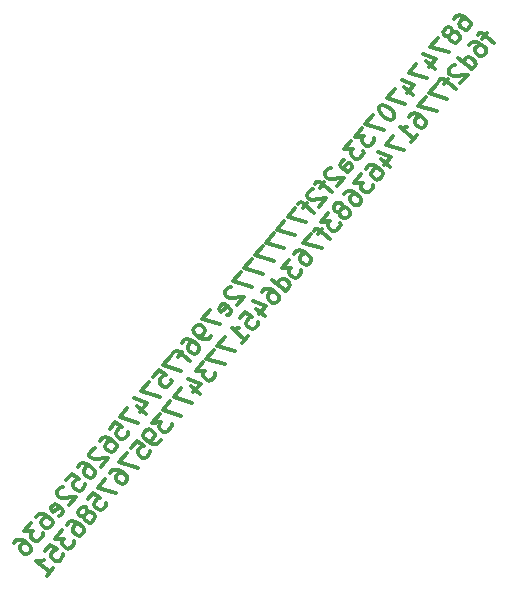
<source format=gbr>
%TF.GenerationSoftware,KiCad,Pcbnew,(7.0.0)*%
%TF.CreationDate,2023-05-30T19:56:16-04:00*%
%TF.ProjectId,DC31BADGE-CARD-OUTLINE,44433331-4241-4444-9745-2d434152442d,rev?*%
%TF.SameCoordinates,Original*%
%TF.FileFunction,Copper,L2,Bot*%
%TF.FilePolarity,Positive*%
%FSLAX46Y46*%
G04 Gerber Fmt 4.6, Leading zero omitted, Abs format (unit mm)*
G04 Created by KiCad (PCBNEW (7.0.0)) date 2023-05-30 19:56:16*
%MOMM*%
%LPD*%
G01*
G04 APERTURE LIST*
%ADD10C,0.300000*%
%TA.AperFunction,NonConductor*%
%ADD11C,0.300000*%
%TD*%
G04 APERTURE END LIST*
D10*
D11*
X70906598Y-31060064D02*
X71090252Y-30841194D01*
X71090252Y-30841194D02*
X71236796Y-30777673D01*
X71236796Y-30777673D02*
X71337427Y-30768869D01*
X71337427Y-30768869D02*
X71593406Y-30797174D01*
X71593406Y-30797174D02*
X71858190Y-30926110D01*
X71858190Y-30926110D02*
X72295929Y-31293417D01*
X72295929Y-31293417D02*
X72359451Y-31439962D01*
X72359451Y-31439962D02*
X72368255Y-31540593D01*
X72368255Y-31540593D02*
X72331146Y-31695941D01*
X72331146Y-31695941D02*
X72147492Y-31914811D01*
X72147492Y-31914811D02*
X72000948Y-31978332D01*
X72000948Y-31978332D02*
X71900317Y-31987136D01*
X71900317Y-31987136D02*
X71744968Y-31950027D01*
X71744968Y-31950027D02*
X71471381Y-31720460D01*
X71471381Y-31720460D02*
X71407860Y-31573916D01*
X71407860Y-31573916D02*
X71399056Y-31473285D01*
X71399056Y-31473285D02*
X71436165Y-31317937D01*
X71436165Y-31317937D02*
X71619819Y-31099067D01*
X71619819Y-31099067D02*
X71766363Y-31035545D01*
X71766363Y-31035545D02*
X71866994Y-31026741D01*
X71866994Y-31026741D02*
X72022342Y-31063850D01*
X70756268Y-32239329D02*
X70793378Y-32083981D01*
X70793378Y-32083981D02*
X70784574Y-31983350D01*
X70784574Y-31983350D02*
X70721052Y-31836806D01*
X70721052Y-31836806D02*
X70666335Y-31790892D01*
X70666335Y-31790892D02*
X70510986Y-31753783D01*
X70510986Y-31753783D02*
X70410355Y-31762587D01*
X70410355Y-31762587D02*
X70263811Y-31826108D01*
X70263811Y-31826108D02*
X70080157Y-32044978D01*
X70080157Y-32044978D02*
X70043048Y-32200327D01*
X70043048Y-32200327D02*
X70051852Y-32300957D01*
X70051852Y-32300957D02*
X70115374Y-32447502D01*
X70115374Y-32447502D02*
X70170091Y-32493415D01*
X70170091Y-32493415D02*
X70325440Y-32530524D01*
X70325440Y-32530524D02*
X70426070Y-32521720D01*
X70426070Y-32521720D02*
X70572615Y-32458199D01*
X70572615Y-32458199D02*
X70756268Y-32239329D01*
X70756268Y-32239329D02*
X70902813Y-32175807D01*
X70902813Y-32175807D02*
X71003443Y-32167003D01*
X71003443Y-32167003D02*
X71158792Y-32204113D01*
X71158792Y-32204113D02*
X71377662Y-32387766D01*
X71377662Y-32387766D02*
X71441183Y-32534311D01*
X71441183Y-32534311D02*
X71449987Y-32634941D01*
X71449987Y-32634941D02*
X71412878Y-32790290D01*
X71412878Y-32790290D02*
X71229224Y-33009160D01*
X71229224Y-33009160D02*
X71082680Y-33072681D01*
X71082680Y-33072681D02*
X70982049Y-33081485D01*
X70982049Y-33081485D02*
X70826701Y-33044376D01*
X70826701Y-33044376D02*
X70607831Y-32860722D01*
X70607831Y-32860722D02*
X70544309Y-32714178D01*
X70544309Y-32714178D02*
X70535505Y-32613547D01*
X70535505Y-32613547D02*
X70572615Y-32458199D01*
X69575110Y-32646870D02*
X68932323Y-33412914D01*
X68932323Y-33412914D02*
X70494610Y-33884639D01*
X68534817Y-34664505D02*
X69300862Y-35307292D01*
X68326645Y-34023610D02*
X69376974Y-34438724D01*
X69376974Y-34438724D02*
X68780099Y-35150051D01*
X67738575Y-34835568D02*
X67095787Y-35601612D01*
X67095787Y-35601612D02*
X68658075Y-36073336D01*
X66698282Y-36853202D02*
X67464326Y-37495990D01*
X66490109Y-36212308D02*
X67540438Y-36627422D01*
X67540438Y-36627422D02*
X66943564Y-37338749D01*
X65902039Y-37024265D02*
X65259252Y-37790310D01*
X65259252Y-37790310D02*
X66821539Y-38262034D01*
X64708291Y-38446919D02*
X64616464Y-38556354D01*
X64616464Y-38556354D02*
X64579355Y-38711702D01*
X64579355Y-38711702D02*
X64588159Y-38812333D01*
X64588159Y-38812333D02*
X64651681Y-38958877D01*
X64651681Y-38958877D02*
X64824637Y-39197249D01*
X64824637Y-39197249D02*
X65098224Y-39426816D01*
X65098224Y-39426816D02*
X65363008Y-39555752D01*
X65363008Y-39555752D02*
X65518356Y-39592861D01*
X65518356Y-39592861D02*
X65618987Y-39584057D01*
X65618987Y-39584057D02*
X65765531Y-39520535D01*
X65765531Y-39520535D02*
X65857358Y-39411101D01*
X65857358Y-39411101D02*
X65894467Y-39255752D01*
X65894467Y-39255752D02*
X65885663Y-39155121D01*
X65885663Y-39155121D02*
X65822142Y-39008577D01*
X65822142Y-39008577D02*
X65649185Y-38770206D01*
X65649185Y-38770206D02*
X65375598Y-38540639D01*
X65375598Y-38540639D02*
X65110815Y-38411703D01*
X65110815Y-38411703D02*
X64955466Y-38374594D01*
X64955466Y-38374594D02*
X64854836Y-38383398D01*
X64854836Y-38383398D02*
X64708291Y-38446919D01*
X64065504Y-39212963D02*
X63422716Y-39979008D01*
X63422716Y-39979008D02*
X64985004Y-40450732D01*
X63147236Y-40307312D02*
X62550362Y-41018639D01*
X62550362Y-41018639D02*
X63309495Y-41002924D01*
X63309495Y-41002924D02*
X63171755Y-41167076D01*
X63171755Y-41167076D02*
X63134646Y-41322425D01*
X63134646Y-41322425D02*
X63143450Y-41423056D01*
X63143450Y-41423056D02*
X63206972Y-41569600D01*
X63206972Y-41569600D02*
X63480559Y-41799167D01*
X63480559Y-41799167D02*
X63635907Y-41836276D01*
X63635907Y-41836276D02*
X63736538Y-41827472D01*
X63736538Y-41827472D02*
X63883082Y-41763951D01*
X63883082Y-41763951D02*
X64158563Y-41435646D01*
X64158563Y-41435646D02*
X64195672Y-41280298D01*
X64195672Y-41280298D02*
X64186868Y-41179667D01*
X62228968Y-41401661D02*
X61632094Y-42112988D01*
X61632094Y-42112988D02*
X62391228Y-42097273D01*
X62391228Y-42097273D02*
X62253488Y-42261425D01*
X62253488Y-42261425D02*
X62216378Y-42416774D01*
X62216378Y-42416774D02*
X62225182Y-42517405D01*
X62225182Y-42517405D02*
X62288704Y-42663949D01*
X62288704Y-42663949D02*
X62562291Y-42893516D01*
X62562291Y-42893516D02*
X62717639Y-42930625D01*
X62717639Y-42930625D02*
X62818270Y-42921821D01*
X62818270Y-42921821D02*
X62964815Y-42858300D01*
X62964815Y-42858300D02*
X63240295Y-42529995D01*
X63240295Y-42529995D02*
X63277404Y-42374646D01*
X63277404Y-42374646D02*
X63268600Y-42274016D01*
X61954720Y-44062083D02*
X61352828Y-43557036D01*
X61352828Y-43557036D02*
X61289306Y-43410492D01*
X61289306Y-43410492D02*
X61326416Y-43255143D01*
X61326416Y-43255143D02*
X61510069Y-43036274D01*
X61510069Y-43036274D02*
X61656614Y-42972752D01*
X61900003Y-44016170D02*
X62046547Y-43952648D01*
X62046547Y-43952648D02*
X62276114Y-43679061D01*
X62276114Y-43679061D02*
X62313223Y-43523713D01*
X62313223Y-43523713D02*
X62249702Y-43377169D01*
X62249702Y-43377169D02*
X62140267Y-43285342D01*
X62140267Y-43285342D02*
X61984918Y-43248232D01*
X61984918Y-43248232D02*
X61838374Y-43311754D01*
X61838374Y-43311754D02*
X61608807Y-43585341D01*
X61608807Y-43585341D02*
X61462263Y-43648863D01*
X60501868Y-43682186D02*
X60401237Y-43690990D01*
X60401237Y-43690990D02*
X60254692Y-43754512D01*
X60254692Y-43754512D02*
X60025125Y-44028099D01*
X60025125Y-44028099D02*
X59988016Y-44183447D01*
X59988016Y-44183447D02*
X59996820Y-44284078D01*
X59996820Y-44284078D02*
X60060342Y-44430622D01*
X60060342Y-44430622D02*
X60169777Y-44522449D01*
X60169777Y-44522449D02*
X60379842Y-44605472D01*
X60379842Y-44605472D02*
X61587413Y-44499823D01*
X61587413Y-44499823D02*
X60990538Y-45211150D01*
X59949014Y-44896667D02*
X59581707Y-45334407D01*
X60577318Y-45703607D02*
X59592404Y-44877166D01*
X59592404Y-44877166D02*
X59437056Y-44840056D01*
X59437056Y-44840056D02*
X59290511Y-44903578D01*
X59290511Y-44903578D02*
X59198684Y-45013013D01*
X59032639Y-45433144D02*
X58932008Y-45441949D01*
X58932008Y-45441949D02*
X58785464Y-45505470D01*
X58785464Y-45505470D02*
X58555897Y-45779057D01*
X58555897Y-45779057D02*
X58518787Y-45934406D01*
X58518787Y-45934406D02*
X58527591Y-46035037D01*
X58527591Y-46035037D02*
X58591113Y-46181581D01*
X58591113Y-46181581D02*
X58700548Y-46273408D01*
X58700548Y-46273408D02*
X58910614Y-46356430D01*
X58910614Y-46356430D02*
X60118184Y-46250782D01*
X60118184Y-46250782D02*
X59521310Y-46962109D01*
X58479785Y-46647625D02*
X58112478Y-47085365D01*
X59108089Y-47454565D02*
X58123175Y-46628124D01*
X58123175Y-46628124D02*
X57967827Y-46591015D01*
X57967827Y-46591015D02*
X57821283Y-46654536D01*
X57821283Y-46654536D02*
X57729456Y-46763971D01*
X57499889Y-47037559D02*
X56857101Y-47803603D01*
X56857101Y-47803603D02*
X58419388Y-48275327D01*
X56581621Y-48131908D02*
X55938833Y-48897952D01*
X55938833Y-48897952D02*
X57501121Y-49369676D01*
X55663353Y-49226256D02*
X55020566Y-49992301D01*
X55020566Y-49992301D02*
X56582853Y-50464025D01*
X54745086Y-50320605D02*
X54102298Y-51086650D01*
X54102298Y-51086650D02*
X55664585Y-51558374D01*
X53826818Y-51414954D02*
X53184030Y-52180999D01*
X53184030Y-52180999D02*
X54746317Y-52652723D01*
X52908550Y-52509303D02*
X52265762Y-53275348D01*
X52265762Y-53275348D02*
X53828050Y-53747072D01*
X52053804Y-53750196D02*
X51953173Y-53759000D01*
X51953173Y-53759000D02*
X51806629Y-53822522D01*
X51806629Y-53822522D02*
X51577062Y-54096109D01*
X51577062Y-54096109D02*
X51539952Y-54251457D01*
X51539952Y-54251457D02*
X51548756Y-54352088D01*
X51548756Y-54352088D02*
X51612278Y-54498633D01*
X51612278Y-54498633D02*
X51721713Y-54590459D01*
X51721713Y-54590459D02*
X51931779Y-54673482D01*
X51931779Y-54673482D02*
X53139349Y-54567833D01*
X53139349Y-54567833D02*
X52542475Y-55279160D01*
X51707230Y-56163443D02*
X51853774Y-56099922D01*
X51853774Y-56099922D02*
X52037428Y-55881052D01*
X52037428Y-55881052D02*
X52074537Y-55725704D01*
X52074537Y-55725704D02*
X52011015Y-55579160D01*
X52011015Y-55579160D02*
X51573276Y-55211852D01*
X51573276Y-55211852D02*
X51417927Y-55174743D01*
X51417927Y-55174743D02*
X51271383Y-55238265D01*
X51271383Y-55238265D02*
X51087730Y-55457134D01*
X51087730Y-55457134D02*
X51050620Y-55612483D01*
X51050620Y-55612483D02*
X51114142Y-55759027D01*
X51114142Y-55759027D02*
X51223577Y-55850854D01*
X51223577Y-55850854D02*
X51792146Y-55395506D01*
X50245574Y-55682915D02*
X49602786Y-56448959D01*
X49602786Y-56448959D02*
X51165073Y-56920684D01*
X50338632Y-57905598D02*
X50154979Y-58124467D01*
X50154979Y-58124467D02*
X50008434Y-58187989D01*
X50008434Y-58187989D02*
X49907804Y-58196793D01*
X49907804Y-58196793D02*
X49651824Y-58168488D01*
X49651824Y-58168488D02*
X49387041Y-58039552D01*
X49387041Y-58039552D02*
X48949301Y-57672244D01*
X48949301Y-57672244D02*
X48885780Y-57525700D01*
X48885780Y-57525700D02*
X48876976Y-57425069D01*
X48876976Y-57425069D02*
X48914085Y-57269721D01*
X48914085Y-57269721D02*
X49097739Y-57050851D01*
X49097739Y-57050851D02*
X49244283Y-56987330D01*
X49244283Y-56987330D02*
X49344914Y-56978526D01*
X49344914Y-56978526D02*
X49500262Y-57015635D01*
X49500262Y-57015635D02*
X49773850Y-57245202D01*
X49773850Y-57245202D02*
X49837371Y-57391746D01*
X49837371Y-57391746D02*
X49846175Y-57492377D01*
X49846175Y-57492377D02*
X49809066Y-57647725D01*
X49809066Y-57647725D02*
X49625412Y-57866595D01*
X49625412Y-57866595D02*
X49478868Y-57930117D01*
X49478868Y-57930117D02*
X49378237Y-57938921D01*
X49378237Y-57938921D02*
X49222889Y-57901811D01*
X47903991Y-58473505D02*
X48087644Y-58254635D01*
X48087644Y-58254635D02*
X48234189Y-58191113D01*
X48234189Y-58191113D02*
X48334819Y-58182309D01*
X48334819Y-58182309D02*
X48590799Y-58210615D01*
X48590799Y-58210615D02*
X48855582Y-58339551D01*
X48855582Y-58339551D02*
X49293321Y-58706858D01*
X49293321Y-58706858D02*
X49356843Y-58853402D01*
X49356843Y-58853402D02*
X49365647Y-58954033D01*
X49365647Y-58954033D02*
X49328538Y-59109381D01*
X49328538Y-59109381D02*
X49144884Y-59328251D01*
X49144884Y-59328251D02*
X48998340Y-59391773D01*
X48998340Y-59391773D02*
X48897709Y-59400577D01*
X48897709Y-59400577D02*
X48742361Y-59363467D01*
X48742361Y-59363467D02*
X48468773Y-59133900D01*
X48468773Y-59133900D02*
X48405252Y-58987356D01*
X48405252Y-58987356D02*
X48396448Y-58886725D01*
X48396448Y-58886725D02*
X48433557Y-58731377D01*
X48433557Y-58731377D02*
X48617211Y-58512507D01*
X48617211Y-58512507D02*
X48763755Y-58448986D01*
X48763755Y-58448986D02*
X48864386Y-58440182D01*
X48864386Y-58440182D02*
X49019734Y-58477291D01*
X47919706Y-59232638D02*
X47552399Y-59670378D01*
X48548010Y-60039578D02*
X47563096Y-59213137D01*
X47563096Y-59213137D02*
X47407748Y-59176027D01*
X47407748Y-59176027D02*
X47261203Y-59239549D01*
X47261203Y-59239549D02*
X47169377Y-59348984D01*
X46939809Y-59622571D02*
X46297022Y-60388616D01*
X46297022Y-60388616D02*
X47859309Y-60860340D01*
X45470581Y-61373530D02*
X45929715Y-60826355D01*
X45929715Y-60826355D02*
X46522803Y-61230772D01*
X46522803Y-61230772D02*
X46422172Y-61239576D01*
X46422172Y-61239576D02*
X46275628Y-61303097D01*
X46275628Y-61303097D02*
X46046061Y-61576684D01*
X46046061Y-61576684D02*
X46008951Y-61732033D01*
X46008951Y-61732033D02*
X46017755Y-61832664D01*
X46017755Y-61832664D02*
X46081277Y-61979208D01*
X46081277Y-61979208D02*
X46354864Y-62208775D01*
X46354864Y-62208775D02*
X46510213Y-62245884D01*
X46510213Y-62245884D02*
X46610843Y-62237080D01*
X46610843Y-62237080D02*
X46757388Y-62173559D01*
X46757388Y-62173559D02*
X46986955Y-61899971D01*
X46986955Y-61899971D02*
X47024064Y-61744623D01*
X47024064Y-61744623D02*
X47015260Y-61643992D01*
X45103274Y-61811269D02*
X44460486Y-62577313D01*
X44460486Y-62577313D02*
X46022774Y-63049038D01*
X44062981Y-63828904D02*
X44829025Y-64471691D01*
X43854808Y-63188009D02*
X44905137Y-63603123D01*
X44905137Y-63603123D02*
X44308263Y-64314450D01*
X43266738Y-63999967D02*
X42623951Y-64766011D01*
X42623951Y-64766011D02*
X44186238Y-65237735D01*
X41797510Y-65750925D02*
X42256644Y-65203750D01*
X42256644Y-65203750D02*
X42849732Y-65608167D01*
X42849732Y-65608167D02*
X42749101Y-65616971D01*
X42749101Y-65616971D02*
X42602557Y-65680493D01*
X42602557Y-65680493D02*
X42372990Y-65954080D01*
X42372990Y-65954080D02*
X42335880Y-66109428D01*
X42335880Y-66109428D02*
X42344685Y-66210059D01*
X42344685Y-66210059D02*
X42408206Y-66356603D01*
X42408206Y-66356603D02*
X42681793Y-66586170D01*
X42681793Y-66586170D02*
X42837142Y-66623280D01*
X42837142Y-66623280D02*
X42937773Y-66614476D01*
X42937773Y-66614476D02*
X43084317Y-66550954D01*
X43084317Y-66550954D02*
X43313884Y-66277367D01*
X43313884Y-66277367D02*
X43350993Y-66122019D01*
X43350993Y-66122019D02*
X43342189Y-66021388D01*
X40925156Y-66790557D02*
X41108809Y-66571687D01*
X41108809Y-66571687D02*
X41255353Y-66508165D01*
X41255353Y-66508165D02*
X41355984Y-66499361D01*
X41355984Y-66499361D02*
X41611963Y-66527666D01*
X41611963Y-66527666D02*
X41876747Y-66656603D01*
X41876747Y-66656603D02*
X42314486Y-67023910D01*
X42314486Y-67023910D02*
X42378008Y-67170454D01*
X42378008Y-67170454D02*
X42386812Y-67271085D01*
X42386812Y-67271085D02*
X42349703Y-67426433D01*
X42349703Y-67426433D02*
X42166049Y-67645303D01*
X42166049Y-67645303D02*
X42019505Y-67708825D01*
X42019505Y-67708825D02*
X41918874Y-67717629D01*
X41918874Y-67717629D02*
X41763526Y-67680519D01*
X41763526Y-67680519D02*
X41489938Y-67450952D01*
X41489938Y-67450952D02*
X41426417Y-67304408D01*
X41426417Y-67304408D02*
X41417613Y-67203777D01*
X41417613Y-67203777D02*
X41454722Y-67048429D01*
X41454722Y-67048429D02*
X41638376Y-66829559D01*
X41638376Y-66829559D02*
X41784920Y-66766037D01*
X41784920Y-66766037D02*
X41885551Y-66757233D01*
X41885551Y-66757233D02*
X42040899Y-66794343D01*
X40575457Y-67429558D02*
X40474826Y-67438362D01*
X40474826Y-67438362D02*
X40328282Y-67501883D01*
X40328282Y-67501883D02*
X40098715Y-67775470D01*
X40098715Y-67775470D02*
X40061605Y-67930819D01*
X40061605Y-67930819D02*
X40070409Y-68031450D01*
X40070409Y-68031450D02*
X40133931Y-68177994D01*
X40133931Y-68177994D02*
X40243366Y-68269821D01*
X40243366Y-68269821D02*
X40453432Y-68352843D01*
X40453432Y-68352843D02*
X41661002Y-68247195D01*
X41661002Y-68247195D02*
X41064128Y-68958522D01*
X39088620Y-68979254D02*
X39272274Y-68760384D01*
X39272274Y-68760384D02*
X39418818Y-68696863D01*
X39418818Y-68696863D02*
X39519449Y-68688059D01*
X39519449Y-68688059D02*
X39775428Y-68716364D01*
X39775428Y-68716364D02*
X40040211Y-68845300D01*
X40040211Y-68845300D02*
X40477951Y-69212607D01*
X40477951Y-69212607D02*
X40541472Y-69359152D01*
X40541472Y-69359152D02*
X40550277Y-69459783D01*
X40550277Y-69459783D02*
X40513167Y-69615131D01*
X40513167Y-69615131D02*
X40329514Y-69834001D01*
X40329514Y-69834001D02*
X40182969Y-69897522D01*
X40182969Y-69897522D02*
X40082338Y-69906326D01*
X40082338Y-69906326D02*
X39926990Y-69869217D01*
X39926990Y-69869217D02*
X39653403Y-69639650D01*
X39653403Y-69639650D02*
X39589881Y-69493106D01*
X39589881Y-69493106D02*
X39581077Y-69392475D01*
X39581077Y-69392475D02*
X39618187Y-69237127D01*
X39618187Y-69237127D02*
X39801840Y-69018257D01*
X39801840Y-69018257D02*
X39948384Y-68954735D01*
X39948384Y-68954735D02*
X40049015Y-68945931D01*
X40049015Y-68945931D02*
X40204364Y-68983040D01*
X38124439Y-70128321D02*
X38583573Y-69581146D01*
X38583573Y-69581146D02*
X39176661Y-69985563D01*
X39176661Y-69985563D02*
X39076030Y-69994367D01*
X39076030Y-69994367D02*
X38929486Y-70057888D01*
X38929486Y-70057888D02*
X38699919Y-70331475D01*
X38699919Y-70331475D02*
X38662810Y-70486824D01*
X38662810Y-70486824D02*
X38671614Y-70587455D01*
X38671614Y-70587455D02*
X38735135Y-70733999D01*
X38735135Y-70733999D02*
X39008722Y-70963566D01*
X39008722Y-70963566D02*
X39164071Y-71000675D01*
X39164071Y-71000675D02*
X39264702Y-70991871D01*
X39264702Y-70991871D02*
X39411246Y-70928350D01*
X39411246Y-70928350D02*
X39640813Y-70654762D01*
X39640813Y-70654762D02*
X39677922Y-70499414D01*
X39677922Y-70499414D02*
X39669118Y-70398783D01*
X37820654Y-70712604D02*
X37720023Y-70721408D01*
X37720023Y-70721408D02*
X37573478Y-70784930D01*
X37573478Y-70784930D02*
X37343911Y-71058517D01*
X37343911Y-71058517D02*
X37306802Y-71213865D01*
X37306802Y-71213865D02*
X37315606Y-71314496D01*
X37315606Y-71314496D02*
X37379128Y-71461041D01*
X37379128Y-71461041D02*
X37488563Y-71552867D01*
X37488563Y-71552867D02*
X37698628Y-71635890D01*
X37698628Y-71635890D02*
X38906199Y-71530241D01*
X38906199Y-71530241D02*
X38309324Y-72241568D01*
X37474079Y-73125851D02*
X37620624Y-73062330D01*
X37620624Y-73062330D02*
X37804277Y-72843460D01*
X37804277Y-72843460D02*
X37841387Y-72688112D01*
X37841387Y-72688112D02*
X37777865Y-72541568D01*
X37777865Y-72541568D02*
X37340126Y-72174260D01*
X37340126Y-72174260D02*
X37184777Y-72137151D01*
X37184777Y-72137151D02*
X37038233Y-72200672D01*
X37038233Y-72200672D02*
X36854579Y-72419542D01*
X36854579Y-72419542D02*
X36817470Y-72574891D01*
X36817470Y-72574891D02*
X36880991Y-72721435D01*
X36880991Y-72721435D02*
X36990426Y-72813262D01*
X36990426Y-72813262D02*
X37558995Y-72357914D01*
X35507376Y-73247215D02*
X35691029Y-73028345D01*
X35691029Y-73028345D02*
X35837574Y-72964824D01*
X35837574Y-72964824D02*
X35938205Y-72956020D01*
X35938205Y-72956020D02*
X36194184Y-72984325D01*
X36194184Y-72984325D02*
X36458967Y-73113261D01*
X36458967Y-73113261D02*
X36896707Y-73480568D01*
X36896707Y-73480568D02*
X36960228Y-73627112D01*
X36960228Y-73627112D02*
X36969032Y-73727743D01*
X36969032Y-73727743D02*
X36931923Y-73883092D01*
X36931923Y-73883092D02*
X36748269Y-74101961D01*
X36748269Y-74101961D02*
X36601725Y-74165483D01*
X36601725Y-74165483D02*
X36501094Y-74174287D01*
X36501094Y-74174287D02*
X36345746Y-74137178D01*
X36345746Y-74137178D02*
X36072159Y-73907611D01*
X36072159Y-73907611D02*
X36008637Y-73761066D01*
X36008637Y-73761066D02*
X35999833Y-73660436D01*
X35999833Y-73660436D02*
X36036942Y-73505087D01*
X36036942Y-73505087D02*
X36220596Y-73286217D01*
X36220596Y-73286217D02*
X36367140Y-73222696D01*
X36367140Y-73222696D02*
X36467771Y-73213892D01*
X36467771Y-73213892D02*
X36623119Y-73251001D01*
X35094156Y-73739672D02*
X34497281Y-74450999D01*
X34497281Y-74450999D02*
X35256415Y-74435284D01*
X35256415Y-74435284D02*
X35118675Y-74599436D01*
X35118675Y-74599436D02*
X35081565Y-74754784D01*
X35081565Y-74754784D02*
X35090369Y-74855415D01*
X35090369Y-74855415D02*
X35153891Y-75001960D01*
X35153891Y-75001960D02*
X35427478Y-75231527D01*
X35427478Y-75231527D02*
X35582826Y-75268636D01*
X35582826Y-75268636D02*
X35683457Y-75259832D01*
X35683457Y-75259832D02*
X35830002Y-75196310D01*
X35830002Y-75196310D02*
X36105482Y-74868006D01*
X36105482Y-74868006D02*
X36142591Y-74712657D01*
X36142591Y-74712657D02*
X36133787Y-74612026D01*
X33670840Y-75435913D02*
X33854494Y-75217043D01*
X33854494Y-75217043D02*
X34001038Y-75153521D01*
X34001038Y-75153521D02*
X34101669Y-75144717D01*
X34101669Y-75144717D02*
X34357648Y-75173023D01*
X34357648Y-75173023D02*
X34622432Y-75301959D01*
X34622432Y-75301959D02*
X35060171Y-75669266D01*
X35060171Y-75669266D02*
X35123693Y-75815810D01*
X35123693Y-75815810D02*
X35132497Y-75916441D01*
X35132497Y-75916441D02*
X35095387Y-76071789D01*
X35095387Y-76071789D02*
X34911734Y-76290659D01*
X34911734Y-76290659D02*
X34765190Y-76354181D01*
X34765190Y-76354181D02*
X34664559Y-76362985D01*
X34664559Y-76362985D02*
X34509210Y-76325875D01*
X34509210Y-76325875D02*
X34235623Y-76096308D01*
X34235623Y-76096308D02*
X34172102Y-75949764D01*
X34172102Y-75949764D02*
X34163298Y-75849133D01*
X34163298Y-75849133D02*
X34200407Y-75693785D01*
X34200407Y-75693785D02*
X34384060Y-75474915D01*
X34384060Y-75474915D02*
X34530605Y-75411394D01*
X34530605Y-75411394D02*
X34631236Y-75402590D01*
X34631236Y-75402590D02*
X34786584Y-75439699D01*
X73702069Y-32286823D02*
X73334762Y-32724562D01*
X74330374Y-33093763D02*
X73345459Y-32267321D01*
X73345459Y-32267321D02*
X73190111Y-32230212D01*
X73190111Y-32230212D02*
X73043567Y-32293734D01*
X73043567Y-32293734D02*
X72951740Y-32403168D01*
X72217126Y-33278648D02*
X72400779Y-33059778D01*
X72400779Y-33059778D02*
X72547323Y-32996257D01*
X72547323Y-32996257D02*
X72647954Y-32987452D01*
X72647954Y-32987452D02*
X72903933Y-33015758D01*
X72903933Y-33015758D02*
X73168717Y-33144694D01*
X73168717Y-33144694D02*
X73606456Y-33512001D01*
X73606456Y-33512001D02*
X73669978Y-33658545D01*
X73669978Y-33658545D02*
X73678782Y-33759176D01*
X73678782Y-33759176D02*
X73641673Y-33914525D01*
X73641673Y-33914525D02*
X73458019Y-34133394D01*
X73458019Y-34133394D02*
X73311475Y-34196916D01*
X73311475Y-34196916D02*
X73210844Y-34205720D01*
X73210844Y-34205720D02*
X73055496Y-34168611D01*
X73055496Y-34168611D02*
X72781908Y-33939044D01*
X72781908Y-33939044D02*
X72718387Y-33792499D01*
X72718387Y-33792499D02*
X72709583Y-33691869D01*
X72709583Y-33691869D02*
X72746692Y-33536520D01*
X72746692Y-33536520D02*
X72930346Y-33317650D01*
X72930346Y-33317650D02*
X73076890Y-33254129D01*
X73076890Y-33254129D02*
X73177521Y-33245325D01*
X73177521Y-33245325D02*
X73332869Y-33282434D01*
X72447924Y-35337178D02*
X71298858Y-34372997D01*
X72393207Y-35291265D02*
X72539751Y-35227743D01*
X72539751Y-35227743D02*
X72723405Y-35008873D01*
X72723405Y-35008873D02*
X72760514Y-34853525D01*
X72760514Y-34853525D02*
X72751710Y-34752894D01*
X72751710Y-34752894D02*
X72688189Y-34606350D01*
X72688189Y-34606350D02*
X72359884Y-34330870D01*
X72359884Y-34330870D02*
X72204536Y-34293760D01*
X72204536Y-34293760D02*
X72103905Y-34302564D01*
X72103905Y-34302564D02*
X71957360Y-34366086D01*
X71957360Y-34366086D02*
X71773707Y-34584956D01*
X71773707Y-34584956D02*
X71736597Y-34740304D01*
X70995072Y-34957281D02*
X70894441Y-34966085D01*
X70894441Y-34966085D02*
X70747897Y-35029606D01*
X70747897Y-35029606D02*
X70518330Y-35303194D01*
X70518330Y-35303194D02*
X70481221Y-35458542D01*
X70481221Y-35458542D02*
X70490025Y-35559173D01*
X70490025Y-35559173D02*
X70553546Y-35705717D01*
X70553546Y-35705717D02*
X70662981Y-35797544D01*
X70662981Y-35797544D02*
X70873047Y-35880567D01*
X70873047Y-35880567D02*
X72080617Y-35774918D01*
X72080617Y-35774918D02*
X71483743Y-36486245D01*
X70442218Y-36171762D02*
X70074911Y-36609501D01*
X71070523Y-36978702D02*
X70085608Y-36152261D01*
X70085608Y-36152261D02*
X69930260Y-36115151D01*
X69930260Y-36115151D02*
X69783716Y-36178673D01*
X69783716Y-36178673D02*
X69691889Y-36288108D01*
X69462322Y-36561695D02*
X68819534Y-37327740D01*
X68819534Y-37327740D02*
X70381822Y-37799464D01*
X68544054Y-37656044D02*
X67901267Y-38422088D01*
X67901267Y-38422088D02*
X69463554Y-38893813D01*
X67120739Y-39352285D02*
X67304393Y-39133415D01*
X67304393Y-39133415D02*
X67450937Y-39069894D01*
X67450937Y-39069894D02*
X67551568Y-39061089D01*
X67551568Y-39061089D02*
X67807547Y-39089395D01*
X67807547Y-39089395D02*
X68072330Y-39218331D01*
X68072330Y-39218331D02*
X68510070Y-39585638D01*
X68510070Y-39585638D02*
X68573591Y-39732182D01*
X68573591Y-39732182D02*
X68582395Y-39832813D01*
X68582395Y-39832813D02*
X68545286Y-39988162D01*
X68545286Y-39988162D02*
X68361632Y-40207031D01*
X68361632Y-40207031D02*
X68215088Y-40270553D01*
X68215088Y-40270553D02*
X68114457Y-40279357D01*
X68114457Y-40279357D02*
X67959109Y-40242248D01*
X67959109Y-40242248D02*
X67685522Y-40012681D01*
X67685522Y-40012681D02*
X67622000Y-39866136D01*
X67622000Y-39866136D02*
X67613196Y-39765506D01*
X67613196Y-39765506D02*
X67650305Y-39610157D01*
X67650305Y-39610157D02*
X67833959Y-39391287D01*
X67833959Y-39391287D02*
X67980503Y-39327766D01*
X67980503Y-39327766D02*
X68081134Y-39318962D01*
X68081134Y-39318962D02*
X68236483Y-39356071D01*
X67259711Y-41520250D02*
X67810672Y-40863641D01*
X67535192Y-41191945D02*
X66386125Y-40227764D01*
X66386125Y-40227764D02*
X66642104Y-40256069D01*
X66642104Y-40256069D02*
X66843366Y-40238461D01*
X66843366Y-40238461D02*
X66989910Y-40174940D01*
X65789251Y-40939091D02*
X65146463Y-41705135D01*
X65146463Y-41705135D02*
X66708751Y-42176859D01*
X64748958Y-42956725D02*
X65515002Y-43599513D01*
X64540785Y-42315831D02*
X65591114Y-42730945D01*
X65591114Y-42730945D02*
X64994240Y-43442272D01*
X63447668Y-43729680D02*
X63631322Y-43510811D01*
X63631322Y-43510811D02*
X63777866Y-43447289D01*
X63777866Y-43447289D02*
X63878497Y-43438485D01*
X63878497Y-43438485D02*
X64134476Y-43466790D01*
X64134476Y-43466790D02*
X64399259Y-43595726D01*
X64399259Y-43595726D02*
X64836999Y-43963034D01*
X64836999Y-43963034D02*
X64900520Y-44109578D01*
X64900520Y-44109578D02*
X64909324Y-44210209D01*
X64909324Y-44210209D02*
X64872215Y-44365557D01*
X64872215Y-44365557D02*
X64688561Y-44584427D01*
X64688561Y-44584427D02*
X64542017Y-44647948D01*
X64542017Y-44647948D02*
X64441386Y-44656752D01*
X64441386Y-44656752D02*
X64286038Y-44619643D01*
X64286038Y-44619643D02*
X64012451Y-44390076D01*
X64012451Y-44390076D02*
X63948929Y-44243532D01*
X63948929Y-44243532D02*
X63940125Y-44142901D01*
X63940125Y-44142901D02*
X63977235Y-43987553D01*
X63977235Y-43987553D02*
X64160888Y-43768683D01*
X64160888Y-43768683D02*
X64307432Y-43705161D01*
X64307432Y-43705161D02*
X64408063Y-43696357D01*
X64408063Y-43696357D02*
X64563412Y-43733467D01*
X63034448Y-44222137D02*
X62437573Y-44933464D01*
X62437573Y-44933464D02*
X63196707Y-44917749D01*
X63196707Y-44917749D02*
X63058967Y-45081902D01*
X63058967Y-45081902D02*
X63021857Y-45237250D01*
X63021857Y-45237250D02*
X63030661Y-45337881D01*
X63030661Y-45337881D02*
X63094183Y-45484425D01*
X63094183Y-45484425D02*
X63367770Y-45713992D01*
X63367770Y-45713992D02*
X63523119Y-45751101D01*
X63523119Y-45751101D02*
X63623749Y-45742297D01*
X63623749Y-45742297D02*
X63770294Y-45678776D01*
X63770294Y-45678776D02*
X64045774Y-45350471D01*
X64045774Y-45350471D02*
X64082883Y-45195123D01*
X64082883Y-45195123D02*
X64074079Y-45094492D01*
X61611133Y-45918378D02*
X61794786Y-45699508D01*
X61794786Y-45699508D02*
X61941330Y-45635987D01*
X61941330Y-45635987D02*
X62041961Y-45627183D01*
X62041961Y-45627183D02*
X62297940Y-45655488D01*
X62297940Y-45655488D02*
X62562724Y-45784424D01*
X62562724Y-45784424D02*
X63000463Y-46151731D01*
X63000463Y-46151731D02*
X63063985Y-46298276D01*
X63063985Y-46298276D02*
X63072789Y-46398906D01*
X63072789Y-46398906D02*
X63035680Y-46554255D01*
X63035680Y-46554255D02*
X62852026Y-46773125D01*
X62852026Y-46773125D02*
X62705482Y-46836646D01*
X62705482Y-46836646D02*
X62604851Y-46845450D01*
X62604851Y-46845450D02*
X62449503Y-46808341D01*
X62449503Y-46808341D02*
X62175915Y-46578774D01*
X62175915Y-46578774D02*
X62112394Y-46432230D01*
X62112394Y-46432230D02*
X62103590Y-46331599D01*
X62103590Y-46331599D02*
X62140699Y-46176250D01*
X62140699Y-46176250D02*
X62324353Y-45957381D01*
X62324353Y-45957381D02*
X62470897Y-45893859D01*
X62470897Y-45893859D02*
X62571528Y-45885055D01*
X62571528Y-45885055D02*
X62726876Y-45922164D01*
X61460802Y-47097643D02*
X61497912Y-46942295D01*
X61497912Y-46942295D02*
X61489108Y-46841664D01*
X61489108Y-46841664D02*
X61425586Y-46695119D01*
X61425586Y-46695119D02*
X61370869Y-46649206D01*
X61370869Y-46649206D02*
X61215520Y-46612097D01*
X61215520Y-46612097D02*
X61114889Y-46620901D01*
X61114889Y-46620901D02*
X60968345Y-46684422D01*
X60968345Y-46684422D02*
X60784692Y-46903292D01*
X60784692Y-46903292D02*
X60747582Y-47058640D01*
X60747582Y-47058640D02*
X60756386Y-47159271D01*
X60756386Y-47159271D02*
X60819908Y-47305816D01*
X60819908Y-47305816D02*
X60874625Y-47351729D01*
X60874625Y-47351729D02*
X61029974Y-47388838D01*
X61029974Y-47388838D02*
X61130604Y-47380034D01*
X61130604Y-47380034D02*
X61277149Y-47316513D01*
X61277149Y-47316513D02*
X61460802Y-47097643D01*
X61460802Y-47097643D02*
X61607347Y-47034121D01*
X61607347Y-47034121D02*
X61707977Y-47025317D01*
X61707977Y-47025317D02*
X61863326Y-47062427D01*
X61863326Y-47062427D02*
X62082196Y-47246080D01*
X62082196Y-47246080D02*
X62145717Y-47392625D01*
X62145717Y-47392625D02*
X62154521Y-47493255D01*
X62154521Y-47493255D02*
X62117412Y-47648604D01*
X62117412Y-47648604D02*
X61933758Y-47867474D01*
X61933758Y-47867474D02*
X61787214Y-47930995D01*
X61787214Y-47930995D02*
X61686583Y-47939799D01*
X61686583Y-47939799D02*
X61531235Y-47902690D01*
X61531235Y-47902690D02*
X61312365Y-47719036D01*
X61312365Y-47719036D02*
X61248843Y-47572492D01*
X61248843Y-47572492D02*
X61240039Y-47471861D01*
X61240039Y-47471861D02*
X61277149Y-47316513D01*
X60279644Y-47505184D02*
X59682770Y-48216511D01*
X59682770Y-48216511D02*
X60441904Y-48200796D01*
X60441904Y-48200796D02*
X60304164Y-48364948D01*
X60304164Y-48364948D02*
X60267054Y-48520297D01*
X60267054Y-48520297D02*
X60275858Y-48620927D01*
X60275858Y-48620927D02*
X60339380Y-48767472D01*
X60339380Y-48767472D02*
X60612967Y-48997039D01*
X60612967Y-48997039D02*
X60768315Y-49034148D01*
X60768315Y-49034148D02*
X60868946Y-49025344D01*
X60868946Y-49025344D02*
X61015491Y-48961822D01*
X61015491Y-48961822D02*
X61290971Y-48633518D01*
X61290971Y-48633518D02*
X61328080Y-48478169D01*
X61328080Y-48478169D02*
X61319276Y-48377538D01*
X59790312Y-48866209D02*
X59423005Y-49303949D01*
X60418617Y-49673149D02*
X59433702Y-48846708D01*
X59433702Y-48846708D02*
X59278354Y-48809599D01*
X59278354Y-48809599D02*
X59131810Y-48873120D01*
X59131810Y-48873120D02*
X59039983Y-48982555D01*
X58810416Y-49256142D02*
X58167628Y-50022187D01*
X58167628Y-50022187D02*
X59729915Y-50493911D01*
X57387101Y-50952383D02*
X57570754Y-50733513D01*
X57570754Y-50733513D02*
X57717299Y-50669992D01*
X57717299Y-50669992D02*
X57817929Y-50661188D01*
X57817929Y-50661188D02*
X58073909Y-50689493D01*
X58073909Y-50689493D02*
X58338692Y-50818429D01*
X58338692Y-50818429D02*
X58776432Y-51185737D01*
X58776432Y-51185737D02*
X58839953Y-51332281D01*
X58839953Y-51332281D02*
X58848757Y-51432912D01*
X58848757Y-51432912D02*
X58811648Y-51588260D01*
X58811648Y-51588260D02*
X58627994Y-51807130D01*
X58627994Y-51807130D02*
X58481450Y-51870651D01*
X58481450Y-51870651D02*
X58380819Y-51879455D01*
X58380819Y-51879455D02*
X58225471Y-51842346D01*
X58225471Y-51842346D02*
X57951883Y-51612779D01*
X57951883Y-51612779D02*
X57888362Y-51466235D01*
X57888362Y-51466235D02*
X57879558Y-51365604D01*
X57879558Y-51365604D02*
X57916667Y-51210256D01*
X57916667Y-51210256D02*
X58100321Y-50991386D01*
X58100321Y-50991386D02*
X58246865Y-50927864D01*
X58246865Y-50927864D02*
X58347496Y-50919060D01*
X58347496Y-50919060D02*
X58502844Y-50956170D01*
X56973880Y-51444840D02*
X56377006Y-52156167D01*
X56377006Y-52156167D02*
X57136140Y-52140452D01*
X57136140Y-52140452D02*
X56998399Y-52304604D01*
X56998399Y-52304604D02*
X56961290Y-52459953D01*
X56961290Y-52459953D02*
X56970094Y-52560584D01*
X56970094Y-52560584D02*
X57033616Y-52707128D01*
X57033616Y-52707128D02*
X57307203Y-52936695D01*
X57307203Y-52936695D02*
X57462551Y-52973804D01*
X57462551Y-52973804D02*
X57563182Y-52965000D01*
X57563182Y-52965000D02*
X57709726Y-52901479D01*
X57709726Y-52901479D02*
X57985207Y-52573174D01*
X57985207Y-52573174D02*
X58022316Y-52417826D01*
X58022316Y-52417826D02*
X58013512Y-52317195D01*
X56699632Y-54105262D02*
X55550565Y-53141081D01*
X56644914Y-54059349D02*
X56791459Y-53995828D01*
X56791459Y-53995828D02*
X56975112Y-53776958D01*
X56975112Y-53776958D02*
X57012222Y-53621609D01*
X57012222Y-53621609D02*
X57003418Y-53520979D01*
X57003418Y-53520979D02*
X56939896Y-53374434D01*
X56939896Y-53374434D02*
X56611591Y-53098954D01*
X56611591Y-53098954D02*
X56456243Y-53061845D01*
X56456243Y-53061845D02*
X56355612Y-53070649D01*
X56355612Y-53070649D02*
X56209068Y-53134170D01*
X56209068Y-53134170D02*
X56025414Y-53353040D01*
X56025414Y-53353040D02*
X55988305Y-53508388D01*
X54678211Y-54180713D02*
X54861864Y-53961843D01*
X54861864Y-53961843D02*
X55008408Y-53898322D01*
X55008408Y-53898322D02*
X55109039Y-53889517D01*
X55109039Y-53889517D02*
X55365018Y-53917823D01*
X55365018Y-53917823D02*
X55629802Y-54046759D01*
X55629802Y-54046759D02*
X56067541Y-54414066D01*
X56067541Y-54414066D02*
X56131063Y-54560610D01*
X56131063Y-54560610D02*
X56139867Y-54661241D01*
X56139867Y-54661241D02*
X56102758Y-54816590D01*
X56102758Y-54816590D02*
X55919104Y-55035459D01*
X55919104Y-55035459D02*
X55772560Y-55098981D01*
X55772560Y-55098981D02*
X55671929Y-55107785D01*
X55671929Y-55107785D02*
X55516581Y-55070676D01*
X55516581Y-55070676D02*
X55242993Y-54841109D01*
X55242993Y-54841109D02*
X55179472Y-54694564D01*
X55179472Y-54694564D02*
X55170668Y-54593934D01*
X55170668Y-54593934D02*
X55207777Y-54438585D01*
X55207777Y-54438585D02*
X55391431Y-54219715D01*
X55391431Y-54219715D02*
X55537975Y-54156194D01*
X55537975Y-54156194D02*
X55638606Y-54147390D01*
X55638606Y-54147390D02*
X55793954Y-54184499D01*
X54142965Y-55596456D02*
X54909009Y-56239243D01*
X53934792Y-54955561D02*
X54985121Y-55370675D01*
X54985121Y-55370675D02*
X54388247Y-56082002D01*
X52795762Y-56424128D02*
X53254896Y-55876954D01*
X53254896Y-55876954D02*
X53847984Y-56281370D01*
X53847984Y-56281370D02*
X53747353Y-56290174D01*
X53747353Y-56290174D02*
X53600809Y-56353696D01*
X53600809Y-56353696D02*
X53371242Y-56627283D01*
X53371242Y-56627283D02*
X53334132Y-56782631D01*
X53334132Y-56782631D02*
X53342936Y-56883262D01*
X53342936Y-56883262D02*
X53406458Y-57029806D01*
X53406458Y-57029806D02*
X53680045Y-57259373D01*
X53680045Y-57259373D02*
X53835393Y-57296483D01*
X53835393Y-57296483D02*
X53936024Y-57287679D01*
X53936024Y-57287679D02*
X54082568Y-57224157D01*
X54082568Y-57224157D02*
X54312136Y-56950570D01*
X54312136Y-56950570D02*
X54349245Y-56795222D01*
X54349245Y-56795222D02*
X54340441Y-56694591D01*
X52980647Y-58537376D02*
X53531608Y-57880766D01*
X53256128Y-58209071D02*
X52107061Y-57244890D01*
X52107061Y-57244890D02*
X52363040Y-57273195D01*
X52363040Y-57273195D02*
X52564302Y-57255587D01*
X52564302Y-57255587D02*
X52710846Y-57192065D01*
X51510187Y-57956216D02*
X50867399Y-58722261D01*
X50867399Y-58722261D02*
X52429687Y-59193985D01*
X50591919Y-59050565D02*
X49949132Y-59816610D01*
X49949132Y-59816610D02*
X51511419Y-60288334D01*
X49673651Y-60144914D02*
X49076777Y-60856241D01*
X49076777Y-60856241D02*
X49835911Y-60840526D01*
X49835911Y-60840526D02*
X49698171Y-61004678D01*
X49698171Y-61004678D02*
X49661061Y-61160027D01*
X49661061Y-61160027D02*
X49669865Y-61260658D01*
X49669865Y-61260658D02*
X49733387Y-61407202D01*
X49733387Y-61407202D02*
X50006974Y-61636769D01*
X50006974Y-61636769D02*
X50162322Y-61673878D01*
X50162322Y-61673878D02*
X50262953Y-61665074D01*
X50262953Y-61665074D02*
X50409498Y-61601553D01*
X50409498Y-61601553D02*
X50684978Y-61273248D01*
X50684978Y-61273248D02*
X50722087Y-61117900D01*
X50722087Y-61117900D02*
X50713283Y-61017269D01*
X48633359Y-62162549D02*
X49399403Y-62805336D01*
X48425186Y-61521654D02*
X49475515Y-61936768D01*
X49475515Y-61936768D02*
X48878641Y-62648095D01*
X47837116Y-62333612D02*
X47194328Y-63099656D01*
X47194328Y-63099656D02*
X48756616Y-63571381D01*
X46918848Y-63427961D02*
X46276061Y-64194005D01*
X46276061Y-64194005D02*
X47838348Y-64665729D01*
X46000581Y-64522310D02*
X45403706Y-65233637D01*
X45403706Y-65233637D02*
X46162840Y-65217922D01*
X46162840Y-65217922D02*
X46025100Y-65382074D01*
X46025100Y-65382074D02*
X45987990Y-65537422D01*
X45987990Y-65537422D02*
X45996794Y-65638053D01*
X45996794Y-65638053D02*
X46060316Y-65784597D01*
X46060316Y-65784597D02*
X46333903Y-66014164D01*
X46333903Y-66014164D02*
X46489251Y-66051274D01*
X46489251Y-66051274D02*
X46589882Y-66042470D01*
X46589882Y-66042470D02*
X46736427Y-65978948D01*
X46736427Y-65978948D02*
X47011907Y-65650643D01*
X47011907Y-65650643D02*
X47049016Y-65495295D01*
X47049016Y-65495295D02*
X47040212Y-65394664D01*
X46093639Y-66744992D02*
X45909986Y-66963862D01*
X45909986Y-66963862D02*
X45763441Y-67027384D01*
X45763441Y-67027384D02*
X45662811Y-67036188D01*
X45662811Y-67036188D02*
X45406831Y-67007882D01*
X45406831Y-67007882D02*
X45142048Y-66878946D01*
X45142048Y-66878946D02*
X44704308Y-66511639D01*
X44704308Y-66511639D02*
X44640787Y-66365095D01*
X44640787Y-66365095D02*
X44631983Y-66264464D01*
X44631983Y-66264464D02*
X44669092Y-66109116D01*
X44669092Y-66109116D02*
X44852746Y-65890246D01*
X44852746Y-65890246D02*
X44999290Y-65826724D01*
X44999290Y-65826724D02*
X45099921Y-65817920D01*
X45099921Y-65817920D02*
X45255269Y-65855030D01*
X45255269Y-65855030D02*
X45528857Y-66084597D01*
X45528857Y-66084597D02*
X45592378Y-66231141D01*
X45592378Y-66231141D02*
X45601182Y-66331772D01*
X45601182Y-66331772D02*
X45564073Y-66487120D01*
X45564073Y-66487120D02*
X45380419Y-66705990D01*
X45380419Y-66705990D02*
X45233875Y-66769511D01*
X45233875Y-66769511D02*
X45133244Y-66778315D01*
X45133244Y-66778315D02*
X44977896Y-66741206D01*
X43613084Y-67367617D02*
X44072218Y-66820442D01*
X44072218Y-66820442D02*
X44665306Y-67224859D01*
X44665306Y-67224859D02*
X44564675Y-67233663D01*
X44564675Y-67233663D02*
X44418131Y-67297184D01*
X44418131Y-67297184D02*
X44188564Y-67570772D01*
X44188564Y-67570772D02*
X44151455Y-67726120D01*
X44151455Y-67726120D02*
X44160259Y-67826751D01*
X44160259Y-67826751D02*
X44223780Y-67973295D01*
X44223780Y-67973295D02*
X44497368Y-68202862D01*
X44497368Y-68202862D02*
X44652716Y-68239971D01*
X44652716Y-68239971D02*
X44753347Y-68231167D01*
X44753347Y-68231167D02*
X44899891Y-68167646D01*
X44899891Y-68167646D02*
X45129458Y-67894059D01*
X45129458Y-67894059D02*
X45166567Y-67738710D01*
X45166567Y-67738710D02*
X45157763Y-67638079D01*
X43245777Y-67805356D02*
X42602990Y-68571401D01*
X42602990Y-68571401D02*
X44165277Y-69043125D01*
X41822462Y-69501597D02*
X42006116Y-69282727D01*
X42006116Y-69282727D02*
X42152660Y-69219206D01*
X42152660Y-69219206D02*
X42253291Y-69210402D01*
X42253291Y-69210402D02*
X42509270Y-69238707D01*
X42509270Y-69238707D02*
X42774053Y-69367643D01*
X42774053Y-69367643D02*
X43211793Y-69734950D01*
X43211793Y-69734950D02*
X43275315Y-69881495D01*
X43275315Y-69881495D02*
X43284119Y-69982126D01*
X43284119Y-69982126D02*
X43247009Y-70137474D01*
X43247009Y-70137474D02*
X43063356Y-70356344D01*
X43063356Y-70356344D02*
X42916811Y-70419865D01*
X42916811Y-70419865D02*
X42816181Y-70428669D01*
X42816181Y-70428669D02*
X42660832Y-70391560D01*
X42660832Y-70391560D02*
X42387245Y-70161993D01*
X42387245Y-70161993D02*
X42323723Y-70015449D01*
X42323723Y-70015449D02*
X42314919Y-69914818D01*
X42314919Y-69914818D02*
X42352029Y-69759469D01*
X42352029Y-69759469D02*
X42535682Y-69540600D01*
X42535682Y-69540600D02*
X42682227Y-69477078D01*
X42682227Y-69477078D02*
X42782857Y-69468274D01*
X42782857Y-69468274D02*
X42938206Y-69505383D01*
X41409242Y-69994054D02*
X40766454Y-70760098D01*
X40766454Y-70760098D02*
X42328742Y-71231823D01*
X39940013Y-71745012D02*
X40399147Y-71197838D01*
X40399147Y-71197838D02*
X40992235Y-71602254D01*
X40992235Y-71602254D02*
X40891604Y-71611058D01*
X40891604Y-71611058D02*
X40745060Y-71674580D01*
X40745060Y-71674580D02*
X40515493Y-71948167D01*
X40515493Y-71948167D02*
X40478384Y-72103516D01*
X40478384Y-72103516D02*
X40487188Y-72204146D01*
X40487188Y-72204146D02*
X40550709Y-72350691D01*
X40550709Y-72350691D02*
X40824297Y-72580258D01*
X40824297Y-72580258D02*
X40979645Y-72617367D01*
X40979645Y-72617367D02*
X41080276Y-72608563D01*
X41080276Y-72608563D02*
X41226820Y-72545041D01*
X41226820Y-72545041D02*
X41456387Y-72271454D01*
X41456387Y-72271454D02*
X41493497Y-72116106D01*
X41493497Y-72116106D02*
X41484692Y-72015475D01*
X39835597Y-72869560D02*
X39872706Y-72714211D01*
X39872706Y-72714211D02*
X39863902Y-72613580D01*
X39863902Y-72613580D02*
X39800380Y-72467036D01*
X39800380Y-72467036D02*
X39745663Y-72421123D01*
X39745663Y-72421123D02*
X39590314Y-72384013D01*
X39590314Y-72384013D02*
X39489684Y-72392818D01*
X39489684Y-72392818D02*
X39343139Y-72456339D01*
X39343139Y-72456339D02*
X39159486Y-72675209D01*
X39159486Y-72675209D02*
X39122376Y-72830557D01*
X39122376Y-72830557D02*
X39131180Y-72931188D01*
X39131180Y-72931188D02*
X39194702Y-73077732D01*
X39194702Y-73077732D02*
X39249419Y-73123646D01*
X39249419Y-73123646D02*
X39404768Y-73160755D01*
X39404768Y-73160755D02*
X39505399Y-73151951D01*
X39505399Y-73151951D02*
X39651943Y-73088429D01*
X39651943Y-73088429D02*
X39835597Y-72869560D01*
X39835597Y-72869560D02*
X39982141Y-72806038D01*
X39982141Y-72806038D02*
X40082772Y-72797234D01*
X40082772Y-72797234D02*
X40238120Y-72834343D01*
X40238120Y-72834343D02*
X40456990Y-73017997D01*
X40456990Y-73017997D02*
X40520511Y-73164541D01*
X40520511Y-73164541D02*
X40529315Y-73265172D01*
X40529315Y-73265172D02*
X40492206Y-73420520D01*
X40492206Y-73420520D02*
X40308552Y-73639390D01*
X40308552Y-73639390D02*
X40162008Y-73702912D01*
X40162008Y-73702912D02*
X40061377Y-73711716D01*
X40061377Y-73711716D02*
X39906029Y-73674607D01*
X39906029Y-73674607D02*
X39687159Y-73490953D01*
X39687159Y-73490953D02*
X39623638Y-73344409D01*
X39623638Y-73344409D02*
X39614834Y-73243778D01*
X39614834Y-73243778D02*
X39651943Y-73088429D01*
X38149391Y-73878993D02*
X38333045Y-73660123D01*
X38333045Y-73660123D02*
X38479589Y-73596601D01*
X38479589Y-73596601D02*
X38580220Y-73587797D01*
X38580220Y-73587797D02*
X38836199Y-73616103D01*
X38836199Y-73616103D02*
X39100982Y-73745039D01*
X39100982Y-73745039D02*
X39538722Y-74112346D01*
X39538722Y-74112346D02*
X39602244Y-74258890D01*
X39602244Y-74258890D02*
X39611048Y-74359521D01*
X39611048Y-74359521D02*
X39573938Y-74514869D01*
X39573938Y-74514869D02*
X39390285Y-74733739D01*
X39390285Y-74733739D02*
X39243740Y-74797261D01*
X39243740Y-74797261D02*
X39143110Y-74806065D01*
X39143110Y-74806065D02*
X38987761Y-74768955D01*
X38987761Y-74768955D02*
X38714174Y-74539388D01*
X38714174Y-74539388D02*
X38650652Y-74392844D01*
X38650652Y-74392844D02*
X38641848Y-74292213D01*
X38641848Y-74292213D02*
X38678958Y-74136865D01*
X38678958Y-74136865D02*
X38862611Y-73917995D01*
X38862611Y-73917995D02*
X39009156Y-73854474D01*
X39009156Y-73854474D02*
X39109786Y-73845670D01*
X39109786Y-73845670D02*
X39265135Y-73882779D01*
X37736171Y-74371449D02*
X37139297Y-75082776D01*
X37139297Y-75082776D02*
X37898430Y-75067061D01*
X37898430Y-75067061D02*
X37760690Y-75231214D01*
X37760690Y-75231214D02*
X37723581Y-75386562D01*
X37723581Y-75386562D02*
X37732385Y-75487193D01*
X37732385Y-75487193D02*
X37795906Y-75633737D01*
X37795906Y-75633737D02*
X38069494Y-75863304D01*
X38069494Y-75863304D02*
X38224842Y-75900414D01*
X38224842Y-75900414D02*
X38325473Y-75891610D01*
X38325473Y-75891610D02*
X38472017Y-75828088D01*
X38472017Y-75828088D02*
X38747497Y-75499783D01*
X38747497Y-75499783D02*
X38784607Y-75344435D01*
X38784607Y-75344435D02*
X38775803Y-75243804D01*
X36266942Y-76122408D02*
X36726076Y-75575233D01*
X36726076Y-75575233D02*
X37319164Y-75979650D01*
X37319164Y-75979650D02*
X37218533Y-75988454D01*
X37218533Y-75988454D02*
X37071989Y-76051975D01*
X37071989Y-76051975D02*
X36842422Y-76325563D01*
X36842422Y-76325563D02*
X36805313Y-76480911D01*
X36805313Y-76480911D02*
X36814117Y-76581542D01*
X36814117Y-76581542D02*
X36877638Y-76728086D01*
X36877638Y-76728086D02*
X37151226Y-76957653D01*
X37151226Y-76957653D02*
X37306574Y-76994763D01*
X37306574Y-76994763D02*
X37407205Y-76985958D01*
X37407205Y-76985958D02*
X37553749Y-76922437D01*
X37553749Y-76922437D02*
X37783316Y-76648850D01*
X37783316Y-76648850D02*
X37820426Y-76493501D01*
X37820426Y-76493501D02*
X37811621Y-76392870D01*
X36451828Y-78235656D02*
X37002789Y-77579046D01*
X36727308Y-77907351D02*
X35578242Y-76943169D01*
X35578242Y-76943169D02*
X35834221Y-76971475D01*
X35834221Y-76971475D02*
X36035483Y-76953867D01*
X36035483Y-76953867D02*
X36182027Y-76890345D01*
M02*

</source>
